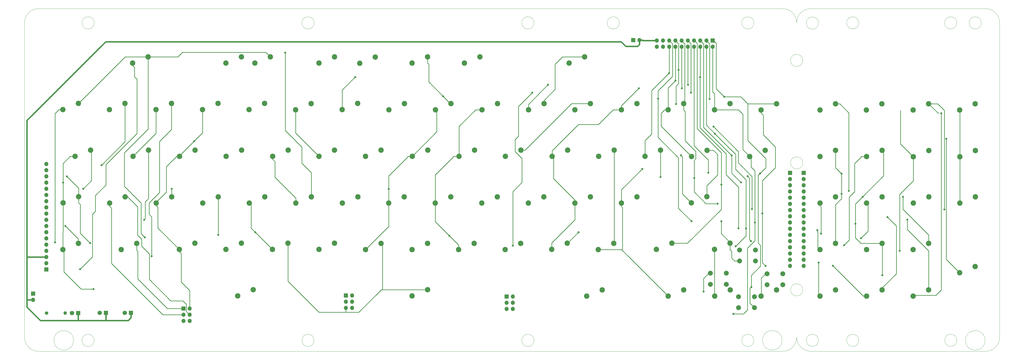
<source format=gbr>
G04 #@! TF.GenerationSoftware,KiCad,Pcbnew,(5.1.9)-1*
G04 #@! TF.CreationDate,2021-06-29T21:56:23-04:00*
G04 #@! TF.ProjectId,v364mx,76333634-6d78-42e6-9b69-6361645f7063,rev?*
G04 #@! TF.SameCoordinates,Original*
G04 #@! TF.FileFunction,Copper,L2,Bot*
G04 #@! TF.FilePolarity,Positive*
%FSLAX46Y46*%
G04 Gerber Fmt 4.6, Leading zero omitted, Abs format (unit mm)*
G04 Created by KiCad (PCBNEW (5.1.9)-1) date 2021-06-29 21:56:23*
%MOMM*%
%LPD*%
G01*
G04 APERTURE LIST*
G04 #@! TA.AperFunction,Profile*
%ADD10C,0.050000*%
G04 #@! TD*
G04 #@! TA.AperFunction,ComponentPad*
%ADD11C,2.200000*%
G04 #@! TD*
G04 #@! TA.AperFunction,ComponentPad*
%ADD12C,2.000000*%
G04 #@! TD*
G04 #@! TA.AperFunction,ComponentPad*
%ADD13O,1.700000X1.700000*%
G04 #@! TD*
G04 #@! TA.AperFunction,ComponentPad*
%ADD14R,1.700000X1.700000*%
G04 #@! TD*
G04 #@! TA.AperFunction,ComponentPad*
%ADD15C,1.800000*%
G04 #@! TD*
G04 #@! TA.AperFunction,ComponentPad*
%ADD16R,1.800000X1.800000*%
G04 #@! TD*
G04 #@! TA.AperFunction,ComponentPad*
%ADD17O,1.400000X1.400000*%
G04 #@! TD*
G04 #@! TA.AperFunction,ComponentPad*
%ADD18C,1.400000*%
G04 #@! TD*
G04 #@! TA.AperFunction,ViaPad*
%ADD19C,0.800000*%
G04 #@! TD*
G04 #@! TA.AperFunction,Conductor*
%ADD20C,0.250000*%
G04 #@! TD*
G04 #@! TA.AperFunction,Conductor*
%ADD21C,0.600000*%
G04 #@! TD*
G04 APERTURE END LIST*
D10*
X358392100Y-147269200D02*
G75*
G03*
X358392100Y-147269200I-2500000J0D01*
G01*
X439888000Y-277266400D02*
G75*
G03*
X439888000Y-277266400I-2500000J0D01*
G01*
X439888000Y-147358100D02*
G75*
G03*
X439888000Y-147358100I-2500000J0D01*
G01*
X456385300Y-147269200D02*
G75*
G03*
X456385300Y-147269200I-2500000J0D01*
G01*
X508019994Y-277279100D02*
G75*
G03*
X508019994Y-277279100I-3995094J0D01*
G01*
X508177800Y-281774900D02*
X436803800Y-281774900D01*
X508177800Y-141427200D02*
X436791100Y-141427200D01*
X514019800Y-147853400D02*
X514019800Y-147269200D01*
X514019800Y-275932900D02*
X514019800Y-147853400D01*
X134944794Y-277266400D02*
G75*
G03*
X134944794Y-277266400I-3995094J0D01*
G01*
X424949294Y-277253700D02*
G75*
G03*
X424949294Y-277253700I-3995094J0D01*
G01*
X120726200Y-281774900D02*
X425119800Y-281774900D01*
X425107100Y-141427200D02*
X120726200Y-141427200D01*
X425107100Y-141427200D02*
G75*
G02*
X430949100Y-147269200I0J-5842000D01*
G01*
X430949100Y-147269200D02*
G75*
G02*
X436791100Y-141427200I5842000J0D01*
G01*
X436803800Y-281774900D02*
G75*
G02*
X430961800Y-275932900I0J5842000D01*
G01*
X430961800Y-275932900D02*
G75*
G02*
X425119800Y-281774900I-5842000J0D01*
G01*
X433436400Y-204584300D02*
G75*
G03*
X433436400Y-204584300I-2500000J0D01*
G01*
X433411000Y-162663500D02*
G75*
G03*
X433411000Y-162663500I-2500000J0D01*
G01*
X433449100Y-256578100D02*
G75*
G03*
X433449100Y-256578100I-2500000J0D01*
G01*
X456385300Y-277266400D02*
G75*
G03*
X456385300Y-277266400I-2500000J0D01*
G01*
X506524900Y-147269200D02*
G75*
G03*
X506524900Y-147269200I-2500000J0D01*
G01*
X114884200Y-275932900D02*
X114884200Y-147269200D01*
X323441700Y-277266400D02*
G75*
G03*
X323441700Y-277266400I-2500000J0D01*
G01*
X233436800Y-147269200D02*
G75*
G03*
X233436800Y-147269200I-2500000J0D01*
G01*
X496466500Y-147269200D02*
G75*
G03*
X496466500Y-147269200I-2500000J0D01*
G01*
X413446600Y-277266400D02*
G75*
G03*
X413446600Y-277266400I-2500000J0D01*
G01*
X143431900Y-147269200D02*
G75*
G03*
X143431900Y-147269200I-2500000J0D01*
G01*
X508177800Y-141427200D02*
G75*
G02*
X514019800Y-147269200I0J-5842000D01*
G01*
X323441700Y-147269200D02*
G75*
G03*
X323441700Y-147269200I-2500000J0D01*
G01*
X143419200Y-277266400D02*
G75*
G03*
X143419200Y-277266400I-2500000J0D01*
G01*
X233436800Y-277266400D02*
G75*
G03*
X233436800Y-277266400I-2500000J0D01*
G01*
X496517300Y-277253700D02*
G75*
G03*
X496517300Y-277253700I-2500000J0D01*
G01*
X114884200Y-147269200D02*
G75*
G02*
X120726200Y-141427200I5842000J0D01*
G01*
X514019800Y-275932900D02*
G75*
G02*
X508177800Y-281774900I-5842000J0D01*
G01*
X413446600Y-147269200D02*
G75*
G03*
X413446600Y-147269200I-2500000J0D01*
G01*
X120726200Y-281774900D02*
G75*
G02*
X114884200Y-275932900I0J5842000D01*
G01*
D11*
X387794600Y-220995000D03*
X394144600Y-218455000D03*
X359219500Y-182905400D03*
X365569500Y-180365400D03*
X485000300Y-218541600D03*
X478650300Y-221081600D03*
X411746700Y-201980800D03*
X418096700Y-199440800D03*
X337781900Y-163728400D03*
X344131900Y-161188400D03*
X294932100Y-163715700D03*
X301282100Y-161175700D03*
X252120400Y-163791900D03*
X258470400Y-161251900D03*
X209194400Y-163703000D03*
X215544400Y-161163000D03*
X340207600Y-182867300D03*
X346557600Y-180327300D03*
X273494500Y-163728400D03*
X279844500Y-161188400D03*
X235394500Y-163766500D03*
X241744500Y-161226500D03*
X197307200Y-163715700D03*
X203657200Y-161175700D03*
X159131000Y-163715700D03*
X165481000Y-161175700D03*
X279911800Y-256489200D03*
X273561800Y-259029200D03*
X344995500Y-259130800D03*
X351345500Y-256590800D03*
X446862200Y-218503500D03*
X440512200Y-221043500D03*
D12*
X413649300Y-259384800D03*
X413649300Y-263884800D03*
X407149300Y-259384800D03*
X407149300Y-263884800D03*
X425282500Y-249974100D03*
X425282500Y-254474100D03*
X418782500Y-249974100D03*
X418782500Y-254474100D03*
X402155800Y-249783600D03*
X402155800Y-254283600D03*
X395655800Y-249783600D03*
X395655800Y-254283600D03*
X414081100Y-240258600D03*
X414081100Y-244758600D03*
X407581100Y-240258600D03*
X407581100Y-244758600D03*
D13*
X123850400Y-205054200D03*
X123850400Y-207594200D03*
X123850400Y-210134200D03*
X123850400Y-212674200D03*
X123850400Y-215214200D03*
X123850400Y-217754200D03*
X123850400Y-220294200D03*
X123850400Y-222834200D03*
X123850400Y-225374200D03*
X123850400Y-227914200D03*
X123850400Y-230454200D03*
X123850400Y-232994200D03*
X123850400Y-235534200D03*
X123850400Y-238074200D03*
X123850400Y-240614200D03*
X123850400Y-243154200D03*
X123850400Y-245694200D03*
D14*
X123850400Y-248234200D03*
D13*
X373710200Y-157010100D03*
X373710200Y-154470100D03*
X376250200Y-157010100D03*
X376250200Y-154470100D03*
X378790200Y-157010100D03*
X378790200Y-154470100D03*
X381330200Y-157010100D03*
X381330200Y-154470100D03*
X383870200Y-157010100D03*
X383870200Y-154470100D03*
X386410200Y-157010100D03*
X386410200Y-154470100D03*
X388950200Y-157010100D03*
X388950200Y-154470100D03*
X391490200Y-157010100D03*
X391490200Y-154470100D03*
X394030200Y-157010100D03*
X394030200Y-154470100D03*
X396570200Y-157010100D03*
D14*
X396570200Y-154470100D03*
D13*
X433793900Y-246773700D03*
X433793900Y-244233700D03*
X433793900Y-241693700D03*
X433793900Y-239153700D03*
X433793900Y-236613700D03*
X433793900Y-234073700D03*
X433793900Y-231533700D03*
X433793900Y-228993700D03*
X433793900Y-226453700D03*
X433793900Y-223913700D03*
X433793900Y-221373700D03*
X433793900Y-218833700D03*
X433793900Y-216293700D03*
X433793900Y-213753700D03*
X433793900Y-211213700D03*
D14*
X433793900Y-208673700D03*
D13*
X428180500Y-246773700D03*
X428180500Y-244233700D03*
X428180500Y-241693700D03*
X428180500Y-239153700D03*
X428180500Y-236613700D03*
X428180500Y-234073700D03*
X428180500Y-231533700D03*
X428180500Y-228993700D03*
X428180500Y-226453700D03*
X428180500Y-223913700D03*
X428180500Y-221373700D03*
X428180500Y-218833700D03*
X428180500Y-216293700D03*
X428180500Y-213753700D03*
X428180500Y-211213700D03*
D14*
X428180500Y-208673700D03*
D13*
X118427500Y-260680200D03*
D14*
X118427500Y-258140200D03*
D13*
X366572800Y-154355800D03*
D14*
X364032800Y-154355800D03*
D15*
X145694400Y-265988800D03*
D16*
X148234400Y-265988800D03*
D15*
X155968700Y-265988800D03*
D16*
X158508700Y-265988800D03*
D11*
X283083000Y-182854600D03*
X289433000Y-180314600D03*
D17*
X131508500Y-266065000D03*
D18*
X123888500Y-266065000D03*
D15*
X134340600Y-266052300D03*
D16*
X136880600Y-266052300D03*
D11*
X368909600Y-201891900D03*
X375259600Y-199351900D03*
X135597900Y-201917300D03*
X141947900Y-199377300D03*
X202120500Y-259105400D03*
X208470500Y-256565400D03*
X154457400Y-240080800D03*
X160807400Y-237540800D03*
X149758400Y-221043500D03*
X156108400Y-218503500D03*
X130632200Y-240106200D03*
X136982200Y-237566200D03*
X416407600Y-182930800D03*
X422757600Y-180390800D03*
X446849500Y-237566200D03*
X440499500Y-240106200D03*
X244957600Y-182816500D03*
X251307600Y-180276500D03*
X359244900Y-221030800D03*
X365594900Y-218490800D03*
D13*
X314769500Y-264414000D03*
X312229500Y-264414000D03*
X314769500Y-261874000D03*
X312229500Y-261874000D03*
X314769500Y-259334000D03*
D14*
X312229500Y-259334000D03*
D13*
X249008900Y-263969500D03*
X246468900Y-263969500D03*
X249008900Y-261429500D03*
X246468900Y-261429500D03*
X249008900Y-258889500D03*
D14*
X246468900Y-258889500D03*
D11*
X440512200Y-259130800D03*
X446862200Y-256590800D03*
X416407600Y-259143500D03*
X422757600Y-256603500D03*
X378320300Y-259143500D03*
X384670300Y-256603500D03*
X397383000Y-259143500D03*
X403733000Y-256603500D03*
X497687600Y-249605800D03*
X504037600Y-247065800D03*
X373532400Y-240055400D03*
X379882400Y-237515400D03*
X216369900Y-240042700D03*
X222719900Y-237502700D03*
X197307200Y-240055400D03*
X203657200Y-237515400D03*
X130695700Y-221005400D03*
X137045700Y-218465400D03*
X478624900Y-259156200D03*
X484974900Y-256616200D03*
X459562200Y-259168900D03*
X465912200Y-256628900D03*
X387946900Y-201993500D03*
X394296900Y-199453500D03*
X349745300Y-240080800D03*
X356095300Y-237540800D03*
X330682600Y-240055400D03*
X337032600Y-237515400D03*
X273545300Y-240068100D03*
X279895300Y-237528100D03*
X254482600Y-240068100D03*
X260832600Y-237528100D03*
X235419900Y-240055400D03*
X241769900Y-237515400D03*
X187833000Y-221056200D03*
X194183000Y-218516200D03*
X378320300Y-182841900D03*
X384670300Y-180301900D03*
X178384200Y-201904600D03*
X184734200Y-199364600D03*
X168757600Y-182791100D03*
X175107600Y-180251100D03*
X397357600Y-182867300D03*
X403707600Y-180327300D03*
D13*
X182511700Y-269341600D03*
X179971700Y-269341600D03*
X182511700Y-266801600D03*
X179971700Y-266801600D03*
X182511700Y-264261600D03*
D14*
X179971700Y-264261600D03*
D11*
X251320300Y-218516200D03*
X244970300Y-221056200D03*
X397332200Y-240042700D03*
X403682200Y-237502700D03*
X241782600Y-199364600D03*
X235432600Y-201904600D03*
X311632600Y-240068100D03*
X317982600Y-237528100D03*
X225920300Y-221068900D03*
X232270300Y-218528900D03*
X298945300Y-237528100D03*
X292595300Y-240068100D03*
X263969500Y-221056200D03*
X270319500Y-218516200D03*
X137007600Y-180238400D03*
X130657600Y-182778400D03*
X149707600Y-182778400D03*
X156057600Y-180238400D03*
X187794900Y-182803800D03*
X194144900Y-180263800D03*
X213194900Y-180276500D03*
X206844900Y-182816500D03*
X225894900Y-182829200D03*
X232244900Y-180289200D03*
X270370300Y-180301900D03*
X264020300Y-182841900D03*
X308483000Y-180314600D03*
X302133000Y-182854600D03*
X321170300Y-182854600D03*
X327520300Y-180314600D03*
X446824100Y-180428900D03*
X440474100Y-182968900D03*
X459498700Y-182968900D03*
X465848700Y-180428900D03*
X484974900Y-180428900D03*
X478624900Y-182968900D03*
X497687600Y-182943500D03*
X504037600Y-180403500D03*
X159359600Y-201904600D03*
X165709600Y-199364600D03*
X197446900Y-201904600D03*
X203796900Y-199364600D03*
X222821500Y-199364600D03*
X216471500Y-201904600D03*
X279946100Y-199364600D03*
X273596100Y-201904600D03*
X292785800Y-201904600D03*
X299135800Y-199364600D03*
X318096900Y-199364600D03*
X311746900Y-201904600D03*
X446824100Y-199491600D03*
X440474100Y-202031600D03*
X459549500Y-202018900D03*
X465899500Y-199478900D03*
X485013000Y-199517000D03*
X478663000Y-202057000D03*
X497700300Y-202057000D03*
X504050300Y-199517000D03*
X168795700Y-221030800D03*
X175145700Y-218490800D03*
X206870300Y-221056200D03*
X213220300Y-218516200D03*
X254520700Y-201904600D03*
X260870700Y-199364600D03*
X289369500Y-218503500D03*
X283019500Y-221043500D03*
X302069500Y-221081600D03*
X308419500Y-218541600D03*
X327482200Y-218528900D03*
X321132200Y-221068900D03*
X330822300Y-201904600D03*
X337172300Y-199364600D03*
X459562200Y-221043500D03*
X465912200Y-218503500D03*
X497700300Y-221081600D03*
X504050300Y-218541600D03*
X178257200Y-240055400D03*
X184607200Y-237515400D03*
X346544900Y-218516200D03*
X340194900Y-221056200D03*
X349885000Y-201904600D03*
X356235000Y-199364600D03*
X459562200Y-240080800D03*
X465912200Y-237540800D03*
X484949500Y-237553500D03*
X478599500Y-240093500D03*
D19*
X395312900Y-178447700D03*
X440893200Y-233616500D03*
X184296050Y-195751450D03*
X397497300Y-192659000D03*
X405968200Y-238721900D03*
X410197300Y-231482900D03*
X138950700Y-215201500D03*
X175145700Y-215188800D03*
X375259600Y-210350100D03*
X408152600Y-212610700D03*
X404304500Y-201599800D03*
X452272400Y-216027000D03*
X141757400Y-237451900D03*
X400088100Y-213537800D03*
X132219700Y-210134200D03*
X314731400Y-238480600D03*
X164115750Y-235134150D03*
X322694300Y-175856900D03*
X387680200Y-175869600D03*
X468071200Y-226783900D03*
X341693500Y-232968800D03*
X131622800Y-230454200D03*
X476237300Y-227850700D03*
X221615000Y-159461200D03*
X194170300Y-234073700D03*
X398614900Y-221272100D03*
X389001000Y-210845400D03*
X250266200Y-169456100D03*
X457238100Y-235445300D03*
X391375900Y-169456100D03*
X209340450Y-233013250D03*
X407123900Y-231381300D03*
X450291200Y-238328200D03*
X394817600Y-208597500D03*
X263956800Y-215290400D03*
X412203900Y-236613700D03*
X410857700Y-210045300D03*
X439877200Y-245402100D03*
X473087700Y-240639600D03*
X386473700Y-172605700D03*
X288740850Y-234422950D03*
X329145900Y-172605700D03*
X445782700Y-246722900D03*
X490105700Y-184277000D03*
X383908300Y-174091600D03*
X366306100Y-174091600D03*
X127419100Y-237147100D03*
X381304800Y-170903900D03*
X392823700Y-257263900D03*
X367741200Y-207048100D03*
X492163100Y-194691000D03*
X137655300Y-248170700D03*
X418198300Y-246773700D03*
X378675900Y-167868600D03*
X416915600Y-225247200D03*
X383590800Y-201498200D03*
X143154400Y-256260600D03*
X439432700Y-232181400D03*
X130695700Y-212674200D03*
X405053800Y-266420600D03*
X413829500Y-228993700D03*
X449275200Y-217246200D03*
X412356300Y-255447800D03*
X146456400Y-205536800D03*
X449275200Y-209016600D03*
X474408500Y-218528900D03*
X401320000Y-177520600D03*
X415950400Y-208927700D03*
X163855400Y-227914200D03*
X491350300Y-223710500D03*
X412661100Y-223545400D03*
X396862300Y-189738000D03*
X382600200Y-166484300D03*
X381571500Y-180454300D03*
X166979600Y-242773200D03*
X286213550Y-177336450D03*
X466013800Y-250621800D03*
X457936600Y-218503500D03*
X454977500Y-229527100D03*
X374167400Y-178269900D03*
X400100800Y-228511100D03*
X387883400Y-228511100D03*
D20*
X394030200Y-154470100D02*
X394030200Y-154571700D01*
X394030200Y-154571700D02*
X395312900Y-155854400D01*
X395312900Y-155854400D02*
X395312900Y-158419800D01*
X185254900Y-199885300D02*
X184734200Y-199364600D01*
X394296900Y-199453500D02*
X394817600Y-199453500D01*
X395312900Y-158419800D02*
X395312900Y-178447700D01*
X394144600Y-213918700D02*
X394144600Y-218455000D01*
X398564100Y-209499200D02*
X394144600Y-213918700D01*
X398564100Y-201180700D02*
X398564100Y-209499200D01*
X396836900Y-199453500D02*
X398564100Y-201180700D01*
X394296900Y-199453500D02*
X396836900Y-199453500D01*
X168795700Y-221030800D02*
X168795700Y-222059500D01*
X168795700Y-222059500D02*
X169494200Y-222758000D01*
X169494200Y-231292400D02*
X178257200Y-240055400D01*
X169494200Y-222758000D02*
X169494200Y-231292400D01*
X440512200Y-221043500D02*
X440512200Y-222199200D01*
X440512200Y-222199200D02*
X440893200Y-222580200D01*
X187794900Y-182803800D02*
X187794900Y-192252600D01*
X178257200Y-240906300D02*
X178257200Y-240055400D01*
X179019200Y-241668300D02*
X178257200Y-240906300D01*
X179019200Y-253403100D02*
X179019200Y-241668300D01*
X182511700Y-256895600D02*
X179019200Y-253403100D01*
X182511700Y-264261600D02*
X182511700Y-256895600D01*
X178384200Y-201904600D02*
X178384200Y-201663300D01*
X440893200Y-222580200D02*
X440893200Y-233616500D01*
X168795700Y-221030800D02*
X168795700Y-220675200D01*
X168795700Y-220675200D02*
X172948600Y-216522300D01*
X184296050Y-195751450D02*
X187794900Y-192252600D01*
X178384200Y-201663300D02*
X184296050Y-195751450D01*
X177165000Y-201904600D02*
X172948600Y-206121000D01*
X178384200Y-201904600D02*
X177165000Y-201904600D01*
X172948600Y-216522300D02*
X172948600Y-206121000D01*
X410197300Y-234492800D02*
X405968200Y-238721900D01*
X410197300Y-231482900D02*
X410197300Y-234492800D01*
X410197300Y-230403400D02*
X410197300Y-231482900D01*
X405930100Y-207213200D02*
X410197300Y-211480400D01*
X405930100Y-201079100D02*
X405930100Y-207213200D01*
X410197300Y-211480400D02*
X410197300Y-230403400D01*
X404139400Y-199288400D02*
X405930100Y-201079100D01*
X404126700Y-199288400D02*
X404139400Y-199288400D01*
X397497300Y-192659000D02*
X404126700Y-199288400D01*
X394004800Y-189166500D02*
X397497300Y-192659000D01*
X394004800Y-171792900D02*
X394004800Y-189166500D01*
X394030200Y-171767500D02*
X394004800Y-171792900D01*
X394030200Y-157010100D02*
X394030200Y-171767500D01*
X375259600Y-208673700D02*
X375259600Y-208826100D01*
X375259600Y-199351900D02*
X375259600Y-208673700D01*
X142328900Y-199758300D02*
X141947900Y-199377300D01*
X142328900Y-210299300D02*
X142328900Y-199758300D01*
X138963400Y-215201500D02*
X142328900Y-211836000D01*
X138950700Y-215201500D02*
X138963400Y-215201500D01*
X142328900Y-211836000D02*
X142328900Y-210299300D01*
X175145700Y-215188800D02*
X175145700Y-218490800D01*
X375259600Y-210350100D02*
X375259600Y-208673700D01*
X405739600Y-210197700D02*
X408152600Y-212610700D01*
X404304500Y-208762600D02*
X405739600Y-210197700D01*
X404304500Y-201599800D02*
X404304500Y-208762600D01*
X404304500Y-201549000D02*
X404304500Y-201599800D01*
X392798300Y-190042800D02*
X404304500Y-201549000D01*
X392798300Y-155829000D02*
X392798300Y-190042800D01*
X391490200Y-154520900D02*
X392798300Y-155829000D01*
X391490200Y-154470100D02*
X391490200Y-154520900D01*
X452272400Y-216027000D02*
X452272400Y-184111900D01*
X448589400Y-180428900D02*
X446824100Y-180428900D01*
X452272400Y-184111900D02*
X448589400Y-180428900D01*
X356235000Y-237401100D02*
X356095300Y-237540800D01*
X356235000Y-199364600D02*
X356235000Y-237401100D01*
X161251900Y-240868200D02*
X160807400Y-240423700D01*
X161251900Y-252120400D02*
X161251900Y-240868200D01*
X173393100Y-264261600D02*
X161251900Y-252120400D01*
X160807400Y-240423700D02*
X160807400Y-237540800D01*
X179971700Y-264261600D02*
X173393100Y-264261600D01*
X137045700Y-218465400D02*
X137045700Y-220916500D01*
X137045700Y-220916500D02*
X137731500Y-221602300D01*
X137731500Y-233426000D02*
X141757400Y-237451900D01*
X137731500Y-221602300D02*
X137731500Y-233426000D01*
X389102600Y-154470100D02*
X388950200Y-154470100D01*
X390245600Y-155613100D02*
X389102600Y-154470100D01*
X390245600Y-190652400D02*
X390245600Y-155613100D01*
X390258300Y-190652400D02*
X390245600Y-190652400D01*
X400088100Y-200482200D02*
X390258300Y-190652400D01*
X400088100Y-219075000D02*
X400088100Y-223672400D01*
X386245100Y-237515400D02*
X379882400Y-237515400D01*
X400088100Y-223672400D02*
X386245100Y-237515400D01*
X400088100Y-214553800D02*
X400088100Y-213969600D01*
X400088100Y-219075000D02*
X400088100Y-214553800D01*
X400088100Y-213537800D02*
X400088100Y-200482200D01*
X400088100Y-213969600D02*
X400088100Y-213537800D01*
X137045700Y-214960200D02*
X132219700Y-210134200D01*
X137045700Y-218465400D02*
X137045700Y-214960200D01*
X165481000Y-190703200D02*
X165481000Y-161175700D01*
X155727400Y-214160100D02*
X155727400Y-200456800D01*
X155727400Y-200456800D02*
X165481000Y-190703200D01*
X137007600Y-180238400D02*
X137033000Y-180238400D01*
X156095700Y-161175700D02*
X165481000Y-161175700D01*
X137033000Y-180238400D02*
X156095700Y-161175700D01*
X465912200Y-256628900D02*
X465912200Y-255803400D01*
X162585400Y-233603800D02*
X164115750Y-235134150D01*
X162585400Y-221018100D02*
X162585400Y-233603800D01*
X162585400Y-221018100D02*
X155727400Y-214160100D01*
X246468900Y-265747500D02*
X246430800Y-265785600D01*
X246468900Y-263969500D02*
X246468900Y-265747500D01*
X251688600Y-265785600D02*
X246430800Y-265785600D01*
X222719900Y-253085600D02*
X222719900Y-247497600D01*
X235419900Y-265785600D02*
X222719900Y-253085600D01*
X222719900Y-247497600D02*
X222719900Y-237502700D01*
X246430800Y-265785600D02*
X235419900Y-265785600D01*
X165481000Y-161175700D02*
X177673000Y-161175700D01*
X177673000Y-161175700D02*
X179514500Y-159334200D01*
X213715600Y-159334200D02*
X215544400Y-161163000D01*
X179514500Y-159334200D02*
X213715600Y-159334200D01*
X386410200Y-154470100D02*
X386410200Y-154495500D01*
X386410200Y-154495500D02*
X387667500Y-155752800D01*
X387667500Y-175856900D02*
X387680200Y-175869600D01*
X387667500Y-155752800D02*
X387667500Y-175856900D01*
X471709750Y-230422450D02*
X468071200Y-226783900D01*
X471709750Y-250005850D02*
X471709750Y-230422450D01*
X465912200Y-255803400D02*
X471709750Y-250005850D01*
X261467600Y-238163100D02*
X261467600Y-255993900D01*
X260832600Y-237528100D02*
X261467600Y-238163100D01*
X317042800Y-181508400D02*
X322694300Y-175856900D01*
X317042800Y-193713100D02*
X317042800Y-181508400D01*
X315696600Y-195059300D02*
X317042800Y-193713100D01*
X315696600Y-199948800D02*
X315696600Y-195059300D01*
X318496950Y-202749150D02*
X315696600Y-199948800D01*
X318496950Y-212604350D02*
X318496950Y-202749150D01*
X314731400Y-216369900D02*
X318496950Y-212604350D01*
X314731400Y-238480600D02*
X314731400Y-216369900D01*
X337032600Y-237515400D02*
X337146900Y-237515400D01*
X337146900Y-237515400D02*
X341693500Y-232968800D01*
X279911800Y-256489200D02*
X261962900Y-256489200D01*
X260985000Y-256489200D02*
X259378450Y-258095750D01*
X259378450Y-258095750D02*
X251688600Y-265785600D01*
X260832600Y-256641600D02*
X259378450Y-258095750D01*
X261467600Y-256374900D02*
X261353300Y-256489200D01*
X261467600Y-255993900D02*
X261467600Y-256374900D01*
X261353300Y-256489200D02*
X260985000Y-256489200D01*
X261962900Y-256489200D02*
X261353300Y-256489200D01*
X194183000Y-225653600D02*
X194183000Y-228422200D01*
X194183000Y-218516200D02*
X194183000Y-225653600D01*
X136982200Y-237566200D02*
X136982200Y-235813600D01*
X136982200Y-235813600D02*
X131622800Y-230454200D01*
X484974900Y-256616200D02*
X484974900Y-250126500D01*
X484974900Y-250126500D02*
X484974900Y-240588800D01*
X476237300Y-231851200D02*
X476237300Y-227850700D01*
X484974900Y-240588800D02*
X476237300Y-231851200D01*
X194183000Y-230085900D02*
X194183000Y-228422200D01*
X383870200Y-154470100D02*
X383870200Y-154559000D01*
X383870200Y-154559000D02*
X385152900Y-155841700D01*
X385152900Y-179819300D02*
X384670300Y-180301900D01*
X385152900Y-155841700D02*
X385152900Y-179819300D01*
X389648700Y-202971400D02*
X389001000Y-203619100D01*
X385318000Y-195554600D02*
X389648700Y-199885300D01*
X385318000Y-183565800D02*
X385318000Y-195554600D01*
X384670300Y-182918100D02*
X385318000Y-183565800D01*
X389648700Y-199885300D02*
X389648700Y-202971400D01*
X384670300Y-180301900D02*
X384670300Y-182918100D01*
X232270300Y-218528900D02*
X232270300Y-208597500D01*
X232270300Y-208597500D02*
X228409500Y-204736700D01*
X228409500Y-204736700D02*
X228409500Y-198145400D01*
X228409500Y-198145400D02*
X221615000Y-191350900D01*
X221615000Y-191350900D02*
X221615000Y-159461200D01*
X194183000Y-234061000D02*
X194183000Y-230085900D01*
X194170300Y-234073700D02*
X194183000Y-234061000D01*
X389001000Y-209118200D02*
X389001000Y-210845400D01*
X389001000Y-203619100D02*
X389001000Y-209118200D01*
X389001000Y-210845400D02*
X389001000Y-216496900D01*
X393776200Y-221272100D02*
X398614900Y-221272100D01*
X389001000Y-216496900D02*
X393776200Y-221272100D01*
X225894900Y-192366900D02*
X235432600Y-201904600D01*
X225894900Y-182829200D02*
X225894900Y-192366900D01*
X244957600Y-174764700D02*
X250266200Y-169456100D01*
X244957600Y-182816500D02*
X244957600Y-174764700D01*
X216471500Y-201904600D02*
X216471500Y-203161900D01*
X216471500Y-203161900D02*
X217360500Y-204050900D01*
X217360500Y-204050900D02*
X217360500Y-208356200D01*
X225920300Y-221068900D02*
X225920300Y-218998800D01*
X225920300Y-218998800D02*
X217360500Y-210439000D01*
X217360500Y-210439000D02*
X217360500Y-210261200D01*
X217360500Y-210261200D02*
X217360500Y-208356200D01*
X391490200Y-169341800D02*
X391375900Y-169456100D01*
X391490200Y-157010100D02*
X391490200Y-169341800D01*
X460108300Y-232575100D02*
X457238100Y-235445300D01*
X460108300Y-221589600D02*
X460108300Y-232575100D01*
X459562200Y-221043500D02*
X460108300Y-221589600D01*
X209340450Y-233013250D02*
X216369900Y-240042700D01*
X391375900Y-169456100D02*
X391375900Y-188976000D01*
X391375900Y-188976000D02*
X391375900Y-190220600D01*
X391375900Y-190220600D02*
X402069300Y-200914000D01*
X402069300Y-200914000D02*
X402069300Y-208292700D01*
X402069300Y-208292700D02*
X402069300Y-208483200D01*
X207676750Y-221862650D02*
X206870300Y-221056200D01*
X207676750Y-231336850D02*
X207676750Y-221862650D01*
X207670400Y-231343200D02*
X207676750Y-231336850D01*
X209340450Y-233013250D02*
X207670400Y-231343200D01*
X402069300Y-209473800D02*
X402069300Y-208292700D01*
X407123900Y-214528400D02*
X402069300Y-209473800D01*
X407123900Y-231381300D02*
X407123900Y-214528400D01*
X263969500Y-230581200D02*
X254482600Y-240068100D01*
X263969500Y-221056200D02*
X263969500Y-230581200D01*
X457492100Y-202018900D02*
X459549500Y-202018900D01*
X263969500Y-221056200D02*
X263969500Y-216331800D01*
X450291200Y-238328200D02*
X452450200Y-236169200D01*
X452450200Y-236169200D02*
X452450200Y-218617800D01*
X452450200Y-218617800D02*
X454660000Y-216408000D01*
X454660000Y-204851000D02*
X456114150Y-203396850D01*
X454660000Y-216408000D02*
X454660000Y-204851000D01*
X456114150Y-203396850D02*
X457492100Y-202018900D01*
X455853800Y-203657200D02*
X456114150Y-203396850D01*
X283641800Y-183413400D02*
X283083000Y-182854600D01*
X283641800Y-191858900D02*
X283641800Y-183413400D01*
X273596100Y-201904600D02*
X283641800Y-191858900D01*
X394817600Y-203428600D02*
X394817600Y-208597500D01*
X388950200Y-197561200D02*
X394817600Y-203428600D01*
X388950200Y-157010100D02*
X388950200Y-197561200D01*
X273596100Y-201904600D02*
X272008600Y-201904600D01*
X272008600Y-201904600D02*
X263969500Y-209943700D01*
X263969500Y-215277700D02*
X263956800Y-215290400D01*
X263969500Y-209943700D02*
X263969500Y-215277700D01*
X263969500Y-215277700D02*
X263969500Y-216331800D01*
X410857700Y-210045300D02*
X410997400Y-210185000D01*
X410857700Y-210045300D02*
X410883100Y-210045300D01*
X410883100Y-210045300D02*
X411657800Y-210820000D01*
X411657800Y-236067600D02*
X412203900Y-236613700D01*
X411657800Y-210820000D02*
X411657800Y-236067600D01*
X473443300Y-196837300D02*
X478663000Y-202057000D01*
X473443300Y-184543700D02*
X473443300Y-183184800D01*
X473443300Y-184543700D02*
X473443300Y-196837300D01*
X292785800Y-201904600D02*
X292785800Y-189649100D01*
X299580300Y-182854600D02*
X302133000Y-182854600D01*
X292785800Y-189649100D02*
X299580300Y-182854600D01*
X478663000Y-211937600D02*
X478663000Y-202057000D01*
X473087700Y-217512900D02*
X478663000Y-211937600D01*
X473087700Y-240639600D02*
X473087700Y-217512900D01*
X386410200Y-172669200D02*
X386473700Y-172605700D01*
X386410200Y-157010100D02*
X386410200Y-172669200D01*
X439877200Y-258495800D02*
X440512200Y-259130800D01*
X439877200Y-245402100D02*
X439877200Y-258495800D01*
X292595300Y-240068100D02*
X292595300Y-238277400D01*
X283019500Y-221043500D02*
X283019500Y-228701600D01*
X283019500Y-221043500D02*
X283019500Y-209562700D01*
X290677600Y-201904600D02*
X292785800Y-201904600D01*
X283019500Y-209562700D02*
X290677600Y-201904600D01*
X288740850Y-234422950D02*
X283019500Y-228701600D01*
X292595300Y-238277400D02*
X288740850Y-234422950D01*
X321170300Y-180670200D02*
X321170300Y-182854600D01*
X325386700Y-176453800D02*
X321170300Y-180670200D01*
X325386700Y-176364900D02*
X329145900Y-172605700D01*
X325386700Y-176453800D02*
X325386700Y-176364900D01*
X340194900Y-221056200D02*
X340194900Y-227876100D01*
X330682600Y-237388400D02*
X330682600Y-240055400D01*
X397332200Y-259092700D02*
X397383000Y-259143500D01*
X397332200Y-240042700D02*
X397332200Y-259092700D01*
X340194900Y-221056200D02*
X340194900Y-219760800D01*
X340194900Y-219760800D02*
X331470000Y-211035900D01*
X331470000Y-202552300D02*
X330822300Y-201904600D01*
X331470000Y-211035900D02*
X331470000Y-202552300D01*
X459562200Y-259168900D02*
X458228700Y-259168900D01*
X458228700Y-259168900D02*
X445782700Y-246722900D01*
X490118400Y-184289700D02*
X490118400Y-188125100D01*
X490105700Y-184277000D02*
X490118400Y-184289700D01*
X490118400Y-188125100D02*
X490118400Y-242989100D01*
X490118400Y-242989100D02*
X490118400Y-256603500D01*
X490118400Y-256603500D02*
X487895900Y-258826000D01*
X478955100Y-258826000D02*
X478624900Y-259156200D01*
X487895900Y-258826000D02*
X478955100Y-258826000D01*
X337019900Y-231051100D02*
X330682600Y-237388400D01*
X340194900Y-227876100D02*
X337019900Y-231051100D01*
X330822300Y-201904600D02*
X330822300Y-199644000D01*
X330822300Y-199644000D02*
X341591900Y-188874400D01*
X341591900Y-188874400D02*
X349834200Y-188874400D01*
X355803200Y-182905400D02*
X359219500Y-182905400D01*
X349834200Y-188874400D02*
X355803200Y-182905400D01*
X383908300Y-172212000D02*
X383870200Y-172173900D01*
X383908300Y-174091600D02*
X383908300Y-172212000D01*
X383870200Y-157010100D02*
X383870200Y-172173900D01*
X359219500Y-181178200D02*
X366306100Y-174091600D01*
X359219500Y-182905400D02*
X359219500Y-181178200D01*
X497700300Y-221081600D02*
X497700300Y-202057000D01*
X497700300Y-182956200D02*
X497687600Y-182943500D01*
X497700300Y-202057000D02*
X497700300Y-182956200D01*
X359244900Y-221030800D02*
X359244900Y-222465900D01*
X359244900Y-222465900D02*
X359625900Y-222846900D01*
X362013500Y-242836700D02*
X378320300Y-259143500D01*
X129019300Y-182778400D02*
X130657600Y-182778400D01*
X127412750Y-184384950D02*
X127412750Y-236073950D01*
X127412750Y-184384950D02*
X129019300Y-182778400D01*
X416407600Y-259143500D02*
X416318700Y-259143500D01*
X127412750Y-237140750D02*
X127412750Y-236073950D01*
X127419100Y-237147100D02*
X127412750Y-237140750D01*
X402155800Y-249783600D02*
X401866100Y-249783600D01*
X395655800Y-249783600D02*
X394982700Y-249783600D01*
X394982700Y-249783600D02*
X392823700Y-251942600D01*
X416458400Y-259092700D02*
X416407600Y-259143500D01*
X381330200Y-170878500D02*
X381304800Y-170903900D01*
X381330200Y-170865800D02*
X381330200Y-170878500D01*
X381330200Y-157010100D02*
X381330200Y-170865800D01*
X378320300Y-173888400D02*
X381304800Y-170903900D01*
X378320300Y-182841900D02*
X378320300Y-173888400D01*
X392823700Y-257175000D02*
X392823700Y-257263900D01*
X392823700Y-251942600D02*
X392823700Y-257175000D01*
X359257600Y-240080800D02*
X359759250Y-240582450D01*
X349745300Y-240080800D02*
X359257600Y-240080800D01*
X359759250Y-240582450D02*
X362013500Y-242836700D01*
X359651300Y-240474500D02*
X359759250Y-240582450D01*
X359422700Y-240080800D02*
X359625900Y-239877600D01*
X359257600Y-240080800D02*
X359422700Y-240080800D01*
X359625900Y-222846900D02*
X359625900Y-239877600D01*
X418287200Y-249974100D02*
X416458400Y-251802900D01*
X418782500Y-249974100D02*
X418287200Y-249974100D01*
X416458400Y-251802900D02*
X416458400Y-259092700D01*
X378320300Y-182841900D02*
X376936000Y-182841900D01*
X376936000Y-182841900D02*
X375513600Y-184264300D01*
X375513600Y-189560200D02*
X387946900Y-201993500D01*
X375513600Y-184264300D02*
X375513600Y-189560200D01*
X359244900Y-215544400D02*
X367741200Y-207048100D01*
X359244900Y-221030800D02*
X359244900Y-215544400D01*
X440474100Y-182968900D02*
X440347100Y-182968900D01*
X492163100Y-244081300D02*
X497687600Y-249605800D01*
X492163100Y-194691000D02*
X492163100Y-244081300D01*
X416915600Y-245491000D02*
X418198300Y-246773700D01*
X160921700Y-170345100D02*
X159880300Y-169303700D01*
X159131000Y-164693600D02*
X159131000Y-163715700D01*
X159880300Y-165442900D02*
X159131000Y-164693600D01*
X160921700Y-192570100D02*
X160921700Y-170345100D01*
X142760700Y-225628200D02*
X143916400Y-224472500D01*
X142760700Y-243065300D02*
X142760700Y-225628200D01*
X159880300Y-169303700D02*
X159880300Y-165442900D01*
X137655300Y-248170700D02*
X142760700Y-243065300D01*
X422224200Y-198120000D02*
X422224200Y-206603600D01*
X420420800Y-196316600D02*
X422224200Y-198120000D01*
X416915600Y-215023700D02*
X416915600Y-217512900D01*
X420420800Y-196278500D02*
X420420800Y-196316600D01*
X416915600Y-211912200D02*
X416915600Y-215023700D01*
X417258500Y-193116200D02*
X420420800Y-196278500D01*
X417258500Y-185089800D02*
X417258500Y-193116200D01*
X422224200Y-206603600D02*
X416915600Y-211912200D01*
X416407600Y-184238900D02*
X417258500Y-185089800D01*
X416407600Y-182930800D02*
X416407600Y-184238900D01*
X378790200Y-167754300D02*
X378675900Y-167868600D01*
X378790200Y-157010100D02*
X378790200Y-167754300D01*
X416915600Y-225247200D02*
X416915600Y-217512900D01*
X416915600Y-245491000D02*
X416915600Y-225247200D01*
X383590800Y-201498200D02*
X383590800Y-201688700D01*
X383590800Y-201688700D02*
X384162300Y-202260200D01*
X384162300Y-217362700D02*
X387794600Y-220995000D01*
X384162300Y-202260200D02*
X384162300Y-217362700D01*
X148196300Y-213664800D02*
X143916400Y-217944700D01*
X148196300Y-205295500D02*
X148196300Y-213664800D01*
X143916400Y-224472500D02*
X143916400Y-217944700D01*
X148196300Y-205295500D02*
X160921700Y-192570100D01*
X371563900Y-174980600D02*
X378675900Y-167868600D01*
X371563900Y-192798700D02*
X371563900Y-174980600D01*
X368909600Y-195453000D02*
X371563900Y-192798700D01*
X368909600Y-201891900D02*
X368909600Y-195453000D01*
X168757600Y-192506600D02*
X159359600Y-201904600D01*
X168757600Y-182791100D02*
X168757600Y-192506600D01*
X130632200Y-232791000D02*
X130632200Y-233210100D01*
X130695700Y-232727500D02*
X130632200Y-232791000D01*
X130632200Y-233210100D02*
X130632200Y-232803700D01*
X130695700Y-221005400D02*
X130695700Y-230530400D01*
X130695700Y-230530400D02*
X130695700Y-232727500D01*
X439432700Y-232181400D02*
X439585100Y-232333800D01*
X439585100Y-239191800D02*
X440499500Y-240106200D01*
X439585100Y-232333800D02*
X439585100Y-239191800D01*
X130632200Y-234188000D02*
X130632200Y-233210100D01*
X130632200Y-240106200D02*
X130632200Y-234188000D01*
X133616700Y-201917300D02*
X135597900Y-201917300D01*
X130695700Y-204838300D02*
X133616700Y-201917300D01*
X130695700Y-212674200D02*
X130695700Y-204838300D01*
X130695700Y-221005400D02*
X130695700Y-212674200D01*
X405053800Y-266420600D02*
X408508200Y-266420600D01*
X409194000Y-266420600D02*
X410768800Y-264845800D01*
X405053800Y-266420600D02*
X409194000Y-266420600D01*
X413791400Y-236461300D02*
X410768800Y-239483900D01*
X413791400Y-231127300D02*
X413791400Y-236461300D01*
X410768800Y-264845800D02*
X410768800Y-239483900D01*
X412292800Y-202526900D02*
X411746700Y-201980800D01*
X412292800Y-206298800D02*
X412292800Y-202526900D01*
X413829500Y-207835500D02*
X412292800Y-206298800D01*
X413791400Y-231127300D02*
X413829500Y-231089200D01*
X397357600Y-182867300D02*
X407136600Y-182867300D01*
X413829500Y-228993700D02*
X413829500Y-207835500D01*
X413829500Y-231089200D02*
X413829500Y-228993700D01*
X408889200Y-199123300D02*
X411746700Y-201980800D01*
X408889200Y-184619900D02*
X408889200Y-199123300D01*
X407136600Y-182867300D02*
X408889200Y-184619900D01*
X138049000Y-256260600D02*
X143154400Y-256260600D01*
X131064000Y-249275600D02*
X138049000Y-256260600D01*
X131064000Y-240538000D02*
X131064000Y-249275600D01*
X130632200Y-240106200D02*
X131064000Y-240538000D01*
X397357600Y-178257200D02*
X397357600Y-182867300D01*
X397357600Y-176276000D02*
X397357600Y-178257200D01*
X396570200Y-175488600D02*
X397357600Y-176276000D01*
X396570200Y-157010100D02*
X396570200Y-175488600D01*
X446849500Y-237566200D02*
X446849500Y-221678500D01*
X449275200Y-219252800D02*
X449275200Y-217246200D01*
X446849500Y-221678500D02*
X449275200Y-219252800D01*
X446824100Y-206565500D02*
X446824100Y-199491600D01*
X449275200Y-209016600D02*
X446824100Y-206565500D01*
X449275200Y-210743800D02*
X449275200Y-209016600D01*
X449275200Y-217246200D02*
X449275200Y-210743800D01*
X156057600Y-185369200D02*
X156057600Y-180238400D01*
X156057600Y-186715400D02*
X156057600Y-185369200D01*
X156057600Y-195935600D02*
X156057600Y-186715400D01*
X146456400Y-205536800D02*
X156057600Y-195935600D01*
X484949500Y-237553500D02*
X484949500Y-234099100D01*
X474408500Y-223558100D02*
X474408500Y-218528900D01*
X484949500Y-234099100D02*
X474408500Y-223558100D01*
X411797500Y-256006600D02*
X412356300Y-255447800D01*
X411797500Y-262033000D02*
X411797500Y-256006600D01*
X413649300Y-263884800D02*
X411797500Y-262033000D01*
X401320000Y-177520600D02*
X404583900Y-177520600D01*
X397992600Y-174193200D02*
X401320000Y-177520600D01*
X397992600Y-155600400D02*
X397992600Y-174193200D01*
X396862300Y-154470100D02*
X397992600Y-155600400D01*
X396570200Y-154470100D02*
X396862300Y-154470100D01*
X422757600Y-180390800D02*
X412521400Y-180390800D01*
X423138600Y-180771800D02*
X422757600Y-180390800D01*
X415950400Y-208927700D02*
X415950400Y-208940400D01*
X415950400Y-208940400D02*
X415150300Y-209740500D01*
X415150300Y-209740500D02*
X415150300Y-237401100D01*
X415150300Y-237401100D02*
X416128200Y-238379000D01*
X416128200Y-238379000D02*
X416128200Y-246875300D01*
X412356300Y-250647200D02*
X412356300Y-255447800D01*
X416128200Y-246875300D02*
X412356300Y-250647200D01*
X418274500Y-206603600D02*
X418255450Y-206622650D01*
X418274500Y-202819000D02*
X418274500Y-206603600D01*
X410946600Y-195491100D02*
X418274500Y-202819000D01*
X418255450Y-206622650D02*
X415950400Y-208927700D01*
X410946600Y-183883300D02*
X410946600Y-195491100D01*
X410946600Y-183883300D02*
X410946600Y-180403500D01*
X410946600Y-180403500D02*
X410933900Y-180390800D01*
X412521400Y-180390800D02*
X410933900Y-180390800D01*
X408063700Y-177520600D02*
X410933900Y-180390800D01*
X404583900Y-177520600D02*
X408063700Y-177520600D01*
X157111700Y-218503500D02*
X156108400Y-218503500D01*
X164541200Y-240398300D02*
X162864800Y-238721900D01*
X164541200Y-240411000D02*
X164541200Y-240398300D01*
X165976300Y-241846100D02*
X164541200Y-240411000D01*
X165976300Y-252298200D02*
X165976300Y-241846100D01*
X174764700Y-261086600D02*
X165976300Y-252298200D01*
X179743100Y-261086600D02*
X174764700Y-261086600D01*
X181178200Y-262521700D02*
X179743100Y-261086600D01*
X181178200Y-265468100D02*
X181178200Y-262521700D01*
X182511700Y-266801600D02*
X181178200Y-265468100D01*
X161175700Y-234149900D02*
X162864800Y-235839000D01*
X161175700Y-222567500D02*
X161175700Y-234149900D01*
X162864800Y-238721900D02*
X162864800Y-235839000D01*
X161175700Y-222567500D02*
X157111700Y-218503500D01*
X149758400Y-221043500D02*
X149758400Y-222364300D01*
X149758400Y-222364300D02*
X150495000Y-223100900D01*
X150495000Y-223100900D02*
X150495000Y-245757700D01*
X171538900Y-266801600D02*
X179971700Y-266801600D01*
X150495000Y-245757700D02*
X171538900Y-266801600D01*
X241744500Y-199326500D02*
X241782600Y-199364600D01*
X165036500Y-219824300D02*
X165709600Y-219151200D01*
X165709600Y-199364600D02*
X165709600Y-219151200D01*
X165036500Y-219824300D02*
X165023800Y-219824300D01*
X165023800Y-219824300D02*
X164338000Y-220510100D01*
X164338000Y-227431600D02*
X163855400Y-227914200D01*
X164338000Y-220510100D02*
X164338000Y-227431600D01*
X381330200Y-154470100D02*
X382447800Y-155587700D01*
X382447800Y-155587700D02*
X382600200Y-155740100D01*
X382600200Y-155740100D02*
X382600200Y-158953200D01*
X484974900Y-180428900D02*
X488696000Y-180428900D01*
X488696000Y-180428900D02*
X491350300Y-183083200D01*
X488886500Y-184340500D02*
X484974900Y-180428900D01*
X491350300Y-183083200D02*
X491350300Y-223710500D01*
X382600200Y-158953200D02*
X382600200Y-160121600D01*
X382600200Y-172123100D02*
X382270000Y-172453300D01*
X382600200Y-160121600D02*
X382600200Y-160439100D01*
X338810600Y-180327300D02*
X346557600Y-180327300D01*
X319773300Y-199364600D02*
X338810600Y-180327300D01*
X318096900Y-199364600D02*
X319773300Y-199364600D01*
X412661100Y-210223100D02*
X408203400Y-205765400D01*
X412661100Y-223545400D02*
X412661100Y-210223100D01*
X407085800Y-199961500D02*
X396862300Y-189738000D01*
X408203400Y-205765400D02*
X407085800Y-204647800D01*
X407085800Y-204647800D02*
X407085800Y-199961500D01*
X382600200Y-166484300D02*
X382600200Y-172123100D01*
X382600200Y-160439100D02*
X382600200Y-166484300D01*
X381552450Y-180435250D02*
X381571500Y-180454300D01*
X381552450Y-173170850D02*
X381552450Y-180435250D01*
X381552450Y-173170850D02*
X382270000Y-172453300D01*
X466013800Y-237642400D02*
X465912200Y-237540800D01*
X175107600Y-186944000D02*
X175107600Y-180251100D01*
X175107600Y-190868300D02*
X175107600Y-186944000D01*
X170180000Y-216712800D02*
X170180000Y-195795900D01*
X165900100Y-220992700D02*
X170180000Y-216712800D01*
X165900100Y-225640900D02*
X165900100Y-220992700D01*
X170180000Y-195795900D02*
X175107600Y-190868300D01*
X289191700Y-180314600D02*
X289433000Y-180314600D01*
X280352500Y-164236400D02*
X280352500Y-171475400D01*
X279844500Y-163728400D02*
X280352500Y-164236400D01*
X279844500Y-161188400D02*
X279844500Y-163728400D01*
X286213550Y-177336450D02*
X289191700Y-180314600D01*
X280352500Y-171475400D02*
X286213550Y-177336450D01*
X166979600Y-226720400D02*
X165900100Y-225640900D01*
X166979600Y-242773200D02*
X166979600Y-226720400D01*
X466013800Y-250621800D02*
X466013800Y-237642400D01*
X466521800Y-200101200D02*
X465899500Y-199478900D01*
X454977500Y-221462600D02*
X457936600Y-218503500D01*
X457936600Y-218503500D02*
X457936600Y-218478100D01*
X466521800Y-209892900D02*
X466521800Y-205905100D01*
X457936600Y-218478100D02*
X466521800Y-209892900D01*
X466521800Y-205905100D02*
X466521800Y-200101200D01*
X454977500Y-229527100D02*
X454977500Y-221462600D01*
X454977500Y-229527100D02*
X454977500Y-235280200D01*
X457238100Y-237540800D02*
X465912200Y-237540800D01*
X454977500Y-235280200D02*
X457238100Y-237540800D01*
X403682200Y-237502700D02*
X403834600Y-237502700D01*
X403682200Y-237502700D02*
X403682200Y-237490000D01*
X405477100Y-244758600D02*
X407581100Y-244758600D01*
X407581100Y-244758600D02*
X408067900Y-244758600D01*
X404317200Y-243598700D02*
X405477100Y-244758600D01*
X403682200Y-237502700D02*
X403682200Y-237020100D01*
X403682200Y-240220500D02*
X404317200Y-240855500D01*
X403682200Y-237502700D02*
X403682200Y-240220500D01*
X404317200Y-240855500D02*
X404317200Y-243598700D01*
X378790200Y-154470100D02*
X380098300Y-155778200D01*
X327520300Y-180314600D02*
X327520300Y-179031900D01*
X327520300Y-179031900D02*
X332054200Y-174498000D01*
X332054200Y-174498000D02*
X332054200Y-164261800D01*
X335127600Y-161188400D02*
X344131900Y-161188400D01*
X332054200Y-164261800D02*
X335127600Y-161188400D01*
X403682200Y-237502700D02*
X403682200Y-237185200D01*
X400100800Y-233603800D02*
X400100800Y-228511100D01*
X403682200Y-237185200D02*
X400100800Y-233603800D01*
X374167400Y-194144900D02*
X374167400Y-178269900D01*
X383019300Y-223647000D02*
X387883400Y-228511100D01*
X382498600Y-223126300D02*
X383019300Y-223647000D01*
X382498600Y-202476100D02*
X382498600Y-223126300D01*
X382498600Y-202476100D02*
X374167400Y-194144900D01*
X374167400Y-175094900D02*
X380098300Y-169164000D01*
X374167400Y-178269900D02*
X374167400Y-175094900D01*
X380098300Y-155778200D02*
X380098300Y-169164000D01*
D21*
X116014500Y-243154200D02*
X115887500Y-243281200D01*
X121920000Y-243154200D02*
X116014500Y-243154200D01*
X115887500Y-260273800D02*
X115887500Y-243281200D01*
X115900200Y-260680200D02*
X115887500Y-260667500D01*
X118427500Y-260680200D02*
X115900200Y-260680200D01*
X115887500Y-260273800D02*
X115887500Y-260667500D01*
X158508700Y-265988800D02*
X158508700Y-267970000D01*
X157340300Y-269138400D02*
X148234400Y-269138400D01*
X158508700Y-267970000D02*
X157340300Y-269138400D01*
X148234400Y-265988800D02*
X148234400Y-269138400D01*
X137058400Y-269138400D02*
X136880600Y-268960600D01*
X148234400Y-269138400D02*
X137058400Y-269138400D01*
X136880600Y-266052300D02*
X136880600Y-268960600D01*
X121196100Y-268960600D02*
X115887500Y-263652000D01*
X115887500Y-260667500D02*
X115887500Y-263652000D01*
X116154200Y-243154200D02*
X115887500Y-242887500D01*
X123850400Y-243154200D02*
X116154200Y-243154200D01*
X115887500Y-243281200D02*
X115887500Y-242887500D01*
X367931700Y-154470100D02*
X373710200Y-154470100D01*
X115887500Y-187210700D02*
X148120100Y-154978100D01*
X115887500Y-242887500D02*
X115887500Y-187210700D01*
X366572800Y-154355800D02*
X366572800Y-156070300D01*
X366572800Y-156070300D02*
X365785400Y-156857700D01*
X360997500Y-156857700D02*
X359117900Y-154978100D01*
X365785400Y-156857700D02*
X360997500Y-156857700D01*
X148120100Y-154978100D02*
X359117900Y-154978100D01*
X367817400Y-154355800D02*
X367931700Y-154470100D01*
X366572800Y-154355800D02*
X367817400Y-154355800D01*
X121373900Y-269138400D02*
X121196100Y-268960600D01*
X137058400Y-269138400D02*
X121373900Y-269138400D01*
M02*

</source>
